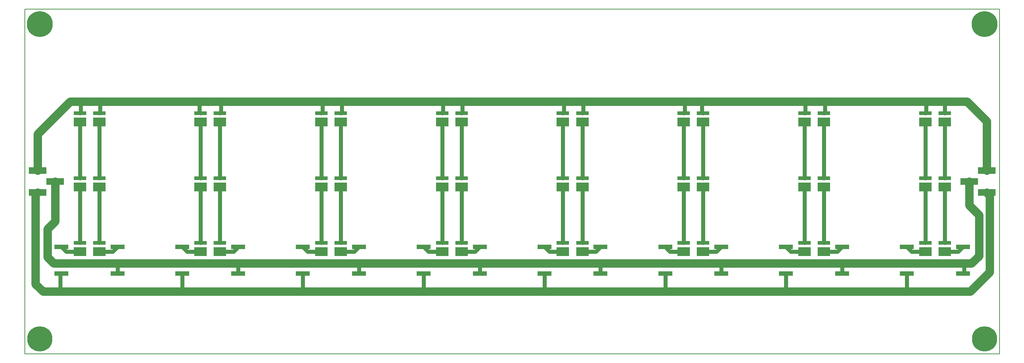
<source format=gtl>
G04 #@! TF.FileFunction,Copper,L1,Top,Signal*
%FSLAX46Y46*%
G04 Gerber Fmt 4.6, Leading zero omitted, Abs format (unit mm)*
G04 Created by KiCad (PCBNEW 4.0.6+dfsg1-1) date Wed Nov  8 01:43:36 2017*
%MOMM*%
%LPD*%
G01*
G04 APERTURE LIST*
%ADD10C,0.100000*%
%ADD11C,0.150000*%
%ADD12R,3.200000X1.000000*%
%ADD13C,5.842000*%
%ADD14R,3.000000X2.000000*%
%ADD15R,3.000000X0.900000*%
%ADD16C,6.000000*%
%ADD17R,4.064000X1.524000*%
%ADD18C,0.889000*%
%ADD19C,1.905000*%
G04 APERTURE END LIST*
D10*
D11*
X88000000Y-147000000D02*
X88000000Y-67000000D01*
X314000000Y-67000000D02*
X314000000Y-147000000D01*
X314000000Y-147000000D02*
X88000000Y-147000000D01*
X88000000Y-67000000D02*
X314000000Y-67000000D01*
D12*
X152500000Y-122150000D03*
X152500000Y-128350000D03*
D13*
X91500000Y-143500000D03*
X310500000Y-143500000D03*
D14*
X100778000Y-93230000D03*
D15*
X100778000Y-91198000D03*
D14*
X100778000Y-108230000D03*
D15*
X100778000Y-106198000D03*
D14*
X100778000Y-123230000D03*
D15*
X100778000Y-121198000D03*
D14*
X128778000Y-93230000D03*
D15*
X128778000Y-91198000D03*
D14*
X128778000Y-108230000D03*
D15*
X128778000Y-106198000D03*
D14*
X128778000Y-123230000D03*
D15*
X128778000Y-121198000D03*
D14*
X156778000Y-93230000D03*
D15*
X156778000Y-91198000D03*
D14*
X156778000Y-108230000D03*
D15*
X156778000Y-106198000D03*
D14*
X156778000Y-123230000D03*
D15*
X156778000Y-121198000D03*
D14*
X184778000Y-93230000D03*
D15*
X184778000Y-91198000D03*
D14*
X184778000Y-108230000D03*
D15*
X184778000Y-106198000D03*
D14*
X184778000Y-123230000D03*
D15*
X184778000Y-121198000D03*
D12*
X96500000Y-122150000D03*
X96500000Y-128350000D03*
X124500000Y-122150000D03*
X124500000Y-128350000D03*
X180500000Y-122150000D03*
X180500000Y-128350000D03*
D14*
X212778000Y-93230000D03*
D15*
X212778000Y-91198000D03*
D14*
X212778000Y-108230000D03*
D15*
X212778000Y-106198000D03*
D14*
X212778000Y-123230000D03*
D15*
X212778000Y-121198000D03*
D14*
X240778000Y-93230000D03*
D15*
X240778000Y-91198000D03*
D14*
X240778000Y-108230000D03*
D15*
X240778000Y-106198000D03*
D14*
X240778000Y-123230000D03*
D15*
X240778000Y-121198000D03*
D14*
X268778000Y-93230000D03*
D15*
X268778000Y-91198000D03*
D14*
X268778000Y-108230000D03*
D15*
X268778000Y-106198000D03*
D14*
X268778000Y-123230000D03*
D15*
X268778000Y-121198000D03*
D14*
X296778000Y-93230000D03*
D15*
X296778000Y-91198000D03*
D14*
X296778000Y-108230000D03*
D15*
X296778000Y-106198000D03*
D14*
X296778000Y-123230000D03*
D15*
X296778000Y-121198000D03*
D14*
X105278000Y-93230000D03*
D15*
X105278000Y-91198000D03*
D14*
X105278000Y-108230000D03*
D15*
X105278000Y-106198000D03*
D14*
X105278000Y-123230000D03*
D15*
X105278000Y-121198000D03*
D14*
X133278000Y-93230000D03*
D15*
X133278000Y-91198000D03*
D14*
X133278000Y-108230000D03*
D15*
X133278000Y-106198000D03*
D14*
X133278000Y-123230000D03*
D15*
X133278000Y-121198000D03*
D14*
X161278000Y-93230000D03*
D15*
X161278000Y-91198000D03*
D14*
X161278000Y-108230000D03*
D15*
X161278000Y-106198000D03*
D14*
X161278000Y-123230000D03*
D15*
X161278000Y-121198000D03*
D14*
X189278000Y-93230000D03*
D15*
X189278000Y-91198000D03*
D14*
X189278000Y-108230000D03*
D15*
X189278000Y-106198000D03*
D14*
X189278000Y-123230000D03*
D15*
X189278000Y-121198000D03*
D14*
X217278000Y-93230000D03*
D15*
X217278000Y-91198000D03*
D14*
X217278000Y-108230000D03*
D15*
X217278000Y-106198000D03*
D14*
X217278000Y-123230000D03*
D15*
X217278000Y-121198000D03*
D14*
X245278000Y-93230000D03*
D15*
X245278000Y-91198000D03*
D14*
X245278000Y-108230000D03*
D15*
X245278000Y-106198000D03*
D14*
X245278000Y-123230000D03*
D15*
X245278000Y-121198000D03*
D14*
X273278000Y-93230000D03*
D15*
X273278000Y-91198000D03*
D14*
X273278000Y-108230000D03*
D15*
X273278000Y-106198000D03*
D14*
X273278000Y-123230000D03*
D15*
X273278000Y-121198000D03*
D14*
X301278000Y-93230000D03*
D15*
X301278000Y-91198000D03*
D14*
X301278000Y-108230000D03*
D15*
X301278000Y-106198000D03*
D14*
X301278000Y-123230000D03*
D15*
X301278000Y-121198000D03*
D16*
X91500000Y-70500000D03*
X310500000Y-70500000D03*
D12*
X208500000Y-122150000D03*
X208500000Y-128350000D03*
X236500000Y-122150000D03*
X236500000Y-128350000D03*
X264500000Y-122150000D03*
X264500000Y-128350000D03*
X292500000Y-122150000D03*
X292500000Y-128350000D03*
X109500000Y-122150000D03*
X109500000Y-128350000D03*
X137500000Y-122150000D03*
X137500000Y-128350000D03*
X165500000Y-122150000D03*
X165500000Y-128350000D03*
X193500000Y-122150000D03*
X193500000Y-128350000D03*
X221500000Y-122150000D03*
X221500000Y-128350000D03*
X249500000Y-122150000D03*
X249500000Y-128350000D03*
X277500000Y-122150000D03*
X277500000Y-128350000D03*
X305500000Y-122150000D03*
X305500000Y-128350000D03*
D17*
X90968000Y-109500000D03*
X95032000Y-106960000D03*
X90968000Y-104420000D03*
X311032000Y-104500000D03*
X306968000Y-107040000D03*
X311032000Y-109580000D03*
D18*
X100778000Y-106198000D02*
X100778000Y-93230000D01*
X100778000Y-121198000D02*
X100778000Y-108230000D01*
X100778000Y-123230000D02*
X97580000Y-123230000D01*
X97580000Y-123230000D02*
X96500000Y-122150000D01*
X128778000Y-106198000D02*
X128778000Y-93230000D01*
X128778000Y-121198000D02*
X128778000Y-108230000D01*
X156778000Y-106198000D02*
X156778000Y-93230000D01*
X156778000Y-121198000D02*
X156778000Y-108230000D01*
X184778000Y-123230000D02*
X181580000Y-123230000D01*
X181580000Y-123230000D02*
X180500000Y-122150000D01*
X184778000Y-106198000D02*
X184778000Y-93230000D01*
X184778000Y-121198000D02*
X184778000Y-108230000D01*
X105500000Y-88500000D02*
X105500000Y-90976000D01*
X105500000Y-90976000D02*
X105278000Y-91198000D01*
X101000000Y-88500000D02*
X101000000Y-90976000D01*
X101000000Y-90976000D02*
X100778000Y-91198000D01*
X128500000Y-88500000D02*
X128500000Y-90920000D01*
X128500000Y-90920000D02*
X128778000Y-91198000D01*
X133500000Y-88500000D02*
X133500000Y-90976000D01*
X133500000Y-90976000D02*
X133278000Y-91198000D01*
X157000000Y-88500000D02*
X157000000Y-90976000D01*
X157000000Y-90976000D02*
X156778000Y-91198000D01*
X161500000Y-88500000D02*
X161500000Y-90976000D01*
X161500000Y-90976000D02*
X161278000Y-91198000D01*
X189500000Y-88500000D02*
X189500000Y-90976000D01*
X189500000Y-90976000D02*
X189278000Y-91198000D01*
X185000000Y-88500000D02*
X185000000Y-90976000D01*
X185000000Y-90976000D02*
X184778000Y-91198000D01*
X213000000Y-88500000D02*
X213000000Y-90976000D01*
X213000000Y-90976000D02*
X212778000Y-91198000D01*
X217500000Y-88500000D02*
X217500000Y-90976000D01*
X217500000Y-90976000D02*
X217278000Y-91198000D01*
X241000000Y-88500000D02*
X241000000Y-90976000D01*
X241000000Y-90976000D02*
X240778000Y-91198000D01*
X245000000Y-88500000D02*
X245000000Y-90920000D01*
X245000000Y-90920000D02*
X245278000Y-91198000D01*
X269000000Y-88500000D02*
X269000000Y-90976000D01*
X269000000Y-90976000D02*
X268778000Y-91198000D01*
X273500000Y-88500000D02*
X273500000Y-90976000D01*
X273500000Y-90976000D02*
X273278000Y-91198000D01*
X297000000Y-88500000D02*
X297000000Y-90976000D01*
X297000000Y-90976000D02*
X296778000Y-91198000D01*
X301278000Y-91198000D02*
X301278000Y-88500000D01*
X301278000Y-88500000D02*
X301000000Y-88500000D01*
D19*
X90968000Y-104420000D02*
X90968000Y-96032000D01*
X311032000Y-93032000D02*
X311032000Y-104500000D01*
X306500000Y-88500000D02*
X311032000Y-93032000D01*
X98500000Y-88500000D02*
X101000000Y-88500000D01*
X101000000Y-88500000D02*
X105500000Y-88500000D01*
X105500000Y-88500000D02*
X128500000Y-88500000D01*
X128500000Y-88500000D02*
X133500000Y-88500000D01*
X133500000Y-88500000D02*
X157000000Y-88500000D01*
X157000000Y-88500000D02*
X161500000Y-88500000D01*
X161500000Y-88500000D02*
X185000000Y-88500000D01*
X185000000Y-88500000D02*
X189500000Y-88500000D01*
X189500000Y-88500000D02*
X213000000Y-88500000D01*
X213000000Y-88500000D02*
X217500000Y-88500000D01*
X217500000Y-88500000D02*
X241000000Y-88500000D01*
X241000000Y-88500000D02*
X245000000Y-88500000D01*
X245000000Y-88500000D02*
X269000000Y-88500000D01*
X269000000Y-88500000D02*
X273500000Y-88500000D01*
X273500000Y-88500000D02*
X297000000Y-88500000D01*
X297000000Y-88500000D02*
X301000000Y-88500000D01*
X301000000Y-88500000D02*
X306500000Y-88500000D01*
X90968000Y-96032000D02*
X98500000Y-88500000D01*
D18*
X128778000Y-123230000D02*
X125580000Y-123230000D01*
X125580000Y-123230000D02*
X124500000Y-122150000D01*
X156778000Y-123230000D02*
X153580000Y-123230000D01*
X153580000Y-123230000D02*
X152500000Y-122150000D01*
X212778000Y-106198000D02*
X212778000Y-93230000D01*
X212778000Y-121198000D02*
X212778000Y-108230000D01*
X212778000Y-123230000D02*
X209580000Y-123230000D01*
X209580000Y-123230000D02*
X208500000Y-122150000D01*
X240778000Y-93230000D02*
X240778000Y-106198000D01*
X240778000Y-108230000D02*
X240778000Y-121198000D01*
X240778000Y-123230000D02*
X237580000Y-123230000D01*
X237580000Y-123230000D02*
X236500000Y-122150000D01*
X268778000Y-93230000D02*
X268778000Y-106198000D01*
X268778000Y-108230000D02*
X268778000Y-121198000D01*
X268778000Y-123230000D02*
X265580000Y-123230000D01*
X265580000Y-123230000D02*
X264500000Y-122150000D01*
X296778000Y-106198000D02*
X296778000Y-93230000D01*
X296778000Y-121198000D02*
X296778000Y-108230000D01*
X296778000Y-123230000D02*
X293580000Y-123230000D01*
X293580000Y-123230000D02*
X292500000Y-122150000D01*
X105278000Y-106198000D02*
X105278000Y-93230000D01*
X105278000Y-121198000D02*
X105278000Y-108230000D01*
X105278000Y-123230000D02*
X108420000Y-123230000D01*
X108420000Y-123230000D02*
X109500000Y-122150000D01*
X133278000Y-106198000D02*
X133278000Y-93230000D01*
X133278000Y-121198000D02*
X133278000Y-108230000D01*
X133278000Y-123230000D02*
X136420000Y-123230000D01*
X136420000Y-123230000D02*
X137500000Y-122150000D01*
X161278000Y-106198000D02*
X161278000Y-93230000D01*
X161278000Y-121198000D02*
X161278000Y-108230000D01*
X161278000Y-123230000D02*
X164420000Y-123230000D01*
X164420000Y-123230000D02*
X165500000Y-122150000D01*
X189278000Y-106198000D02*
X189278000Y-93230000D01*
X189278000Y-121198000D02*
X189278000Y-108230000D01*
X189278000Y-123230000D02*
X192420000Y-123230000D01*
X192420000Y-123230000D02*
X193500000Y-122150000D01*
X217278000Y-106198000D02*
X217278000Y-93230000D01*
X217278000Y-121198000D02*
X217278000Y-108230000D01*
X217278000Y-123230000D02*
X220420000Y-123230000D01*
X220420000Y-123230000D02*
X221500000Y-122150000D01*
X245278000Y-106198000D02*
X245278000Y-93230000D01*
X245278000Y-121198000D02*
X245278000Y-108230000D01*
X245278000Y-123230000D02*
X248420000Y-123230000D01*
X248420000Y-123230000D02*
X249500000Y-122150000D01*
X273278000Y-93230000D02*
X273278000Y-106198000D01*
X273278000Y-121198000D02*
X273278000Y-108230000D01*
X273278000Y-123230000D02*
X276420000Y-123230000D01*
X276420000Y-123230000D02*
X277500000Y-122150000D01*
X301278000Y-93230000D02*
X301278000Y-106198000D01*
X301278000Y-108230000D02*
X301278000Y-121198000D01*
X301278000Y-123230000D02*
X304420000Y-123230000D01*
X304420000Y-123230000D02*
X305500000Y-122150000D01*
D19*
X93500000Y-132500000D02*
X92250000Y-132500000D01*
X96250000Y-132500000D02*
X93500000Y-132500000D01*
X90500000Y-130750000D02*
X90500000Y-109968000D01*
X92250000Y-132500000D02*
X90500000Y-130750000D01*
X90500000Y-109968000D02*
X90968000Y-109500000D01*
X306500000Y-132500000D02*
X307250000Y-132500000D01*
X292500000Y-132500000D02*
X306500000Y-132500000D01*
X311750000Y-128000000D02*
X311750000Y-110298000D01*
X307250000Y-132500000D02*
X311750000Y-128000000D01*
X311750000Y-110298000D02*
X311032000Y-109580000D01*
D18*
X96250000Y-132500000D02*
X96250000Y-128600000D01*
X96250000Y-128600000D02*
X96500000Y-128350000D01*
D19*
X98000000Y-132500000D02*
X96250000Y-132500000D01*
X124500000Y-132500000D02*
X98000000Y-132500000D01*
D18*
X124500000Y-132500000D02*
X124500000Y-128350000D01*
X152500000Y-132500000D02*
X152500000Y-128350000D01*
X180500000Y-132500000D02*
X180500000Y-128350000D01*
X208500000Y-132500000D02*
X208500000Y-128350000D01*
X236500000Y-132500000D02*
X236500000Y-128350000D01*
X264500000Y-132500000D02*
X264500000Y-128350000D01*
X292500000Y-128350000D02*
X292500000Y-132500000D01*
X292500000Y-132500000D02*
X292500000Y-133000000D01*
X292500000Y-133000000D02*
X292500000Y-132500000D01*
D19*
X124500000Y-132500000D02*
X152500000Y-132500000D01*
X152500000Y-132500000D02*
X180500000Y-132500000D01*
X180500000Y-132500000D02*
X208500000Y-132500000D01*
X208500000Y-132500000D02*
X236500000Y-132500000D01*
X236500000Y-132500000D02*
X264500000Y-132500000D01*
X264500000Y-132500000D02*
X292500000Y-132500000D01*
D18*
X305750000Y-126000000D02*
X305750000Y-128100000D01*
X305750000Y-128100000D02*
X305500000Y-128350000D01*
D19*
X305000000Y-126000000D02*
X305750000Y-126000000D01*
X305750000Y-126000000D02*
X307500000Y-126000000D01*
X277500000Y-126000000D02*
X305000000Y-126000000D01*
X306968000Y-112468000D02*
X306968000Y-107040000D01*
X309250000Y-114750000D02*
X306968000Y-112468000D01*
X309250000Y-124250000D02*
X309250000Y-114750000D01*
X307500000Y-126000000D02*
X309250000Y-124250000D01*
X97000000Y-126000000D02*
X94750000Y-126000000D01*
X109500000Y-126000000D02*
X97000000Y-126000000D01*
X95032000Y-116218000D02*
X95032000Y-106960000D01*
X93250000Y-118000000D02*
X95032000Y-116218000D01*
X93250000Y-124500000D02*
X93250000Y-118000000D01*
X94750000Y-126000000D02*
X93250000Y-124500000D01*
D18*
X109500000Y-126000000D02*
X109500000Y-128350000D01*
X137500000Y-126000000D02*
X137500000Y-128350000D01*
X165500000Y-126000000D02*
X165500000Y-128350000D01*
X193500000Y-126000000D02*
X193500000Y-128350000D01*
X221500000Y-126000000D02*
X221500000Y-128350000D01*
X249500000Y-126000000D02*
X249500000Y-128350000D01*
X277500000Y-126000000D02*
X277500000Y-128350000D01*
D19*
X277500000Y-126000000D02*
X249500000Y-126000000D01*
X249500000Y-126000000D02*
X221500000Y-126000000D01*
X221500000Y-126000000D02*
X193500000Y-126000000D01*
X193500000Y-126000000D02*
X165500000Y-126000000D01*
X165500000Y-126000000D02*
X137500000Y-126000000D01*
X137500000Y-126000000D02*
X109500000Y-126000000D01*
M02*

</source>
